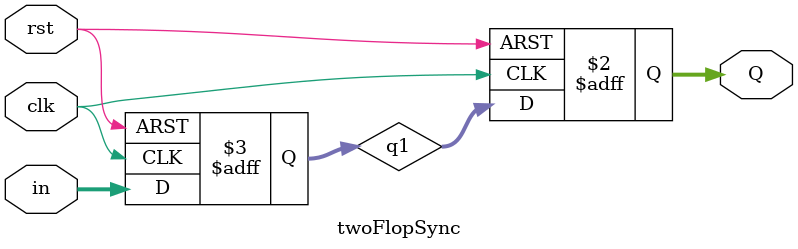
<source format=v>

module twoFlopSync(input clk, input rst, input [4:0]in, output reg [4:0]Q);
    reg [4:0] q1;
    //reg [4:0] Q;

    always @(posedge clk or posedge rst)
    begin
        if(rst)
        begin
            q1 <= 0;
            Q  <= 0; 
        end
        else
        begin
            q1 <= in;
            Q  <= q1;
        end
    end
endmodule


</source>
